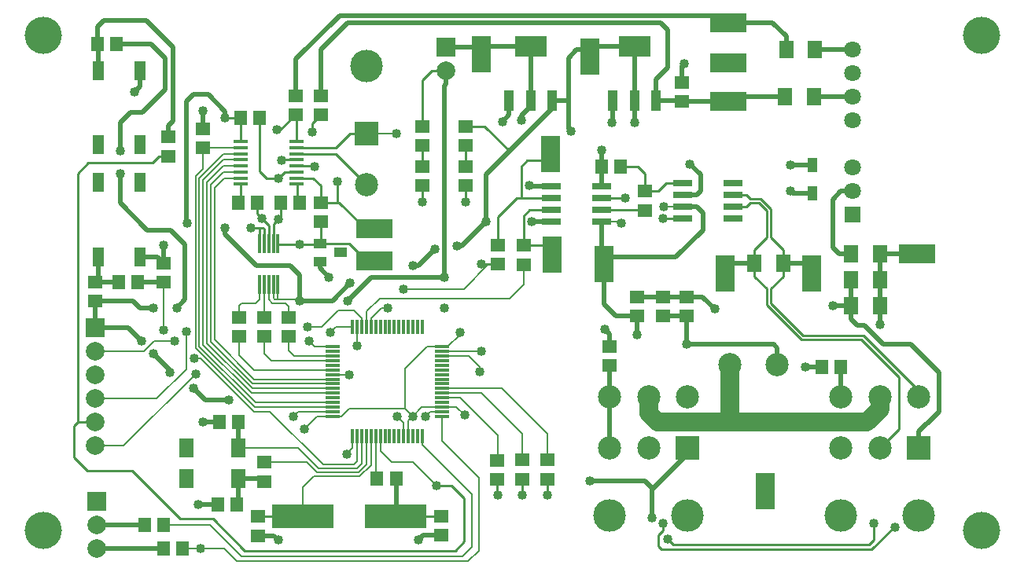
<source format=gtl>
G04 #@! TF.FileFunction,Copper,L1,Top,Signal*
%FSLAX46Y46*%
G04 Gerber Fmt 4.6, Leading zero omitted, Abs format (unit mm)*
G04 Created by KiCad (PCBNEW 4.0.5+dfsg1-4) date Tue Aug 22 17:14:21 2017*
%MOMM*%
%LPD*%
G01*
G04 APERTURE LIST*
%ADD10C,0.100000*%
%ADD11R,1.400000X1.500000*%
%ADD12R,1.600000X1.900000*%
%ADD13R,1.500000X1.400000*%
%ADD14R,1.000000X1.500000*%
%ADD15R,2.000000X2.000000*%
%ADD16C,2.000000*%
%ADD17R,1.300000X2.000000*%
%ADD18R,4.000000X2.000000*%
%ADD19R,2.000000X4.000000*%
%ADD20R,1.400000X1.000000*%
%ADD21R,1.500000X0.350000*%
%ADD22R,2.000000X0.750000*%
%ADD23R,1.000000X2.250000*%
%ADD24R,3.500000X2.250000*%
%ADD25R,0.300000X1.500000*%
%ADD26R,1.500000X0.300000*%
%ADD27R,1.600000X2.000000*%
%ADD28R,6.600000X2.500000*%
%ADD29C,2.500000*%
%ADD30R,2.500000X2.500000*%
%ADD31C,3.508000*%
%ADD32R,1.800000X1.800000*%
%ADD33C,1.800000*%
%ADD34R,0.300000X2.000000*%
%ADD35C,4.000000*%
%ADD36C,1.016000*%
%ADD37C,0.254000*%
%ADD38C,0.203200*%
%ADD39C,0.508000*%
%ADD40C,2.032000*%
G04 APERTURE END LIST*
D10*
D11*
X166116000Y-78867000D03*
X168166000Y-78867000D03*
D12*
X192988000Y-93853000D03*
X196088000Y-93853000D03*
X192988000Y-91059000D03*
X196088000Y-91059000D03*
D13*
X175260000Y-92946000D03*
X175260000Y-94996000D03*
X172720000Y-92946000D03*
X172720000Y-94996000D03*
X169926000Y-92946000D03*
X169926000Y-94996000D03*
X174752000Y-69832000D03*
X174752000Y-71882000D03*
D11*
X124823000Y-115316000D03*
X126873000Y-115316000D03*
X127018000Y-106426000D03*
X124968000Y-106426000D03*
D13*
X148844000Y-118618000D03*
X148844000Y-116568000D03*
X129159000Y-116586000D03*
X129159000Y-118636000D03*
X118999000Y-91331000D03*
X118999000Y-89281000D03*
D14*
X188849000Y-78688000D03*
X188849000Y-81788000D03*
D13*
X154900596Y-112576082D03*
X154900596Y-110526082D03*
X157607000Y-112540000D03*
X157607000Y-110490000D03*
X160274000Y-112540000D03*
X160274000Y-110490000D03*
D15*
X111760000Y-114935000D03*
D16*
X111760000Y-117475000D03*
X111760000Y-120015000D03*
D12*
X185876000Y-71374000D03*
X188976000Y-71374000D03*
X192988000Y-88265000D03*
X196088000Y-88265000D03*
X186003000Y-66294000D03*
X189103000Y-66294000D03*
D13*
X135890000Y-82786000D03*
X135890000Y-84836000D03*
X135890000Y-73297000D03*
X135890000Y-71247000D03*
D11*
X129304000Y-73660000D03*
X127254000Y-73660000D03*
D13*
X132461000Y-95141000D03*
X132461000Y-97191000D03*
X129794000Y-95141000D03*
X129794000Y-97191000D03*
X127127000Y-95123000D03*
X127127000Y-97173000D03*
X133223000Y-71229000D03*
X133223000Y-73279000D03*
X123190000Y-74785000D03*
X123190000Y-76835000D03*
D11*
X191897000Y-100457000D03*
X189847000Y-100457000D03*
D13*
X157734000Y-89426000D03*
X157734000Y-87376000D03*
X170815000Y-83584000D03*
X170815000Y-81534000D03*
D12*
X182574000Y-89281000D03*
X185674000Y-89281000D03*
D13*
X154940000Y-87358000D03*
X154940000Y-89408000D03*
X167005000Y-100330000D03*
X167005000Y-98280000D03*
X129794000Y-110744000D03*
X129794000Y-112794000D03*
D11*
X141968000Y-112522000D03*
X144018000Y-112522000D03*
X111869000Y-65659000D03*
X113919000Y-65659000D03*
D13*
X119507000Y-75692000D03*
X119507000Y-77742000D03*
X111633000Y-91313000D03*
X111633000Y-93363000D03*
D11*
X114173000Y-91313000D03*
X116223000Y-91313000D03*
X118981000Y-120015000D03*
X121031000Y-120015000D03*
X116949000Y-117475000D03*
X118999000Y-117475000D03*
D17*
X116423000Y-68517000D03*
X111923000Y-68517000D03*
X111923000Y-76517000D03*
X116423000Y-76517000D03*
X116423000Y-80582000D03*
X111923000Y-80582000D03*
X111923000Y-88582000D03*
X116423000Y-88582000D03*
D18*
X141670000Y-89027000D03*
X141670000Y-85598000D03*
D19*
X160782000Y-88330000D03*
X188722000Y-90362000D03*
X160655000Y-77532000D03*
X179451000Y-90362000D03*
D18*
X179767000Y-71882000D03*
X200090000Y-88265000D03*
X179767000Y-67691000D03*
D19*
X183769000Y-113857000D03*
X166370000Y-89346000D03*
X164846000Y-66994000D03*
X153162000Y-66740000D03*
D20*
X138006000Y-88138000D03*
X135806000Y-89088000D03*
X135806000Y-87188000D03*
D21*
X133302000Y-76211000D03*
X133302000Y-76861000D03*
X133302000Y-77511000D03*
X133302000Y-78161000D03*
X133302000Y-78811000D03*
X133302000Y-79461000D03*
X133302000Y-80111000D03*
X133302000Y-80761000D03*
X127302000Y-78811000D03*
X127302000Y-79461000D03*
X127302000Y-80111000D03*
X127302000Y-80761000D03*
X127302000Y-78161000D03*
X127302000Y-77511000D03*
X127302000Y-76861000D03*
X127302000Y-76211000D03*
D22*
X160749000Y-81026000D03*
X160749000Y-82296000D03*
X160749000Y-83566000D03*
X160749000Y-84836000D03*
X166149000Y-81026000D03*
X166149000Y-82296000D03*
X166149000Y-83566000D03*
X166149000Y-84836000D03*
X180246000Y-84455000D03*
X180246000Y-83185000D03*
X180246000Y-81915000D03*
X180246000Y-80645000D03*
X174846000Y-84455000D03*
X174846000Y-83185000D03*
X174846000Y-81915000D03*
X174846000Y-80645000D03*
D23*
X171972000Y-71734000D03*
X169672000Y-71734000D03*
D24*
X169672000Y-65934000D03*
D23*
X167372000Y-71734000D03*
X160796000Y-71734000D03*
X158496000Y-71734000D03*
D24*
X158496000Y-65934000D03*
D23*
X156196000Y-71734000D03*
D25*
X139321000Y-107941000D03*
X139821000Y-107941000D03*
X140321000Y-107941000D03*
X140821000Y-107941000D03*
X141321000Y-107941000D03*
X141821000Y-107941000D03*
X142321000Y-107941000D03*
X142821000Y-107941000D03*
X143321000Y-107941000D03*
X143821000Y-107941000D03*
X144321000Y-107941000D03*
X144821000Y-107941000D03*
X145321000Y-107941000D03*
X145821000Y-107941000D03*
X146321000Y-107941000D03*
X146821000Y-107941000D03*
X146321000Y-96141000D03*
X145821000Y-96141000D03*
X145321000Y-96141000D03*
X144821000Y-96141000D03*
X144321000Y-96141000D03*
X143821000Y-96141000D03*
X143321000Y-96141000D03*
X142821000Y-96141000D03*
X142321000Y-96141000D03*
X141821000Y-96141000D03*
X141321000Y-96141000D03*
X140821000Y-96141000D03*
X140321000Y-96141000D03*
X139821000Y-96141000D03*
X139321000Y-96141000D03*
X146821000Y-96141000D03*
D26*
X148971000Y-105791000D03*
X148971000Y-105291000D03*
X148971000Y-104791000D03*
X148971000Y-104291000D03*
X148971000Y-103791000D03*
X148971000Y-103291000D03*
X148971000Y-102791000D03*
X148971000Y-102291000D03*
X148971000Y-101791000D03*
X148971000Y-101291000D03*
X148971000Y-100791000D03*
X148971000Y-100291000D03*
X148971000Y-99791000D03*
X148971000Y-99291000D03*
X148971000Y-98791000D03*
X148971000Y-98291000D03*
X137171000Y-98291000D03*
X137171000Y-98791000D03*
X137171000Y-99291000D03*
X137171000Y-99791000D03*
X137171000Y-100291000D03*
X137171000Y-100791000D03*
X137171000Y-101291000D03*
X137171000Y-101791000D03*
X137171000Y-102291000D03*
X137171000Y-102791000D03*
X137171000Y-103291000D03*
X137171000Y-103791000D03*
X137171000Y-104291000D03*
X137171000Y-104791000D03*
X137171000Y-105291000D03*
X137171000Y-105791000D03*
D27*
X127062000Y-109220000D03*
X121412000Y-109220000D03*
X121412000Y-112520000D03*
X127062000Y-112520000D03*
D28*
X143985000Y-116586000D03*
X133985000Y-116586000D03*
D29*
X140843000Y-80811000D03*
D30*
X140843000Y-75311000D03*
D31*
X140843000Y-68011000D03*
X191888000Y-116459000D03*
D29*
X191888000Y-103659000D03*
X196088000Y-103659000D03*
X200288000Y-103659000D03*
D30*
X200288000Y-109159000D03*
D29*
X196088000Y-109159000D03*
X191888000Y-109159000D03*
D31*
X200288000Y-116459000D03*
X166996000Y-116459000D03*
D29*
X166996000Y-103659000D03*
X171196000Y-103659000D03*
X175396000Y-103659000D03*
D30*
X175396000Y-109159000D03*
D29*
X171196000Y-109159000D03*
X166996000Y-109159000D03*
D31*
X175396000Y-116459000D03*
D32*
X193167000Y-84074000D03*
D33*
X193167000Y-81534000D03*
X193167000Y-78994000D03*
X193167000Y-73914000D03*
X193167000Y-71374000D03*
X193167000Y-68834000D03*
X193167000Y-66294000D03*
D18*
X179767000Y-63373000D03*
D11*
X133622000Y-82804000D03*
X131572000Y-82804000D03*
X127000000Y-82804000D03*
X129050000Y-82804000D03*
D34*
X131302000Y-91608000D03*
X130802000Y-91608000D03*
X129302000Y-87208000D03*
X130302000Y-91608000D03*
X129802000Y-91608000D03*
X129302000Y-91608000D03*
X129802000Y-87208000D03*
X130302000Y-87208000D03*
X130802000Y-87208000D03*
X131302000Y-87208000D03*
D29*
X179959000Y-100203000D03*
X185039000Y-100203000D03*
D13*
X151511000Y-80899000D03*
X151511000Y-78849000D03*
X146812000Y-80899000D03*
X146812000Y-78849000D03*
X151511000Y-76581000D03*
X151511000Y-74531000D03*
X146812000Y-76581000D03*
X146812000Y-74531000D03*
D35*
X207000000Y-64770000D03*
X207000000Y-118110000D03*
X106000000Y-118110000D03*
X106000000Y-64770000D03*
D15*
X111633000Y-96266000D03*
D16*
X111633000Y-98806000D03*
X111633000Y-101346000D03*
X111633000Y-103886000D03*
X111633000Y-106426000D03*
X111633000Y-108966000D03*
D15*
X149352000Y-66040000D03*
D16*
X149352000Y-68580000D03*
D36*
X151511000Y-82677000D03*
X146812000Y-82677000D03*
X144018000Y-75311000D03*
X147193000Y-105791000D03*
X144145000Y-105791000D03*
X153162000Y-98806000D03*
X139827000Y-98171000D03*
X136779000Y-90805000D03*
X123190000Y-106426000D03*
X122682000Y-115316000D03*
X131318000Y-119126000D03*
X146431000Y-119126000D03*
X175006000Y-67818000D03*
X167259000Y-74168000D03*
X155448000Y-74041000D03*
X158369000Y-80899000D03*
X115824000Y-70866000D03*
X123190000Y-72898000D03*
X118999000Y-87376000D03*
X132969000Y-105791000D03*
X135255000Y-78867000D03*
X128397000Y-85471000D03*
X133604000Y-87249000D03*
X131318000Y-80137000D03*
X135001000Y-75184000D03*
X131699000Y-78232000D03*
X125603000Y-85471000D03*
X121539000Y-84963000D03*
X150581349Y-87448651D03*
X148209000Y-87757000D03*
X145796000Y-89535000D03*
X139065000Y-91440000D03*
X162814000Y-75057000D03*
X153670000Y-84836000D03*
X158623000Y-84836000D03*
X169672000Y-74168000D03*
X125603000Y-73660000D03*
X133604000Y-93345000D03*
X131318000Y-84582000D03*
X129540000Y-84455000D03*
X131191000Y-74930000D03*
X168275000Y-84963000D03*
X172847000Y-83185000D03*
X169926000Y-97028000D03*
X178308000Y-94234000D03*
X166497000Y-96393000D03*
X164846000Y-112776000D03*
X166116000Y-77089000D03*
X191008000Y-93853000D03*
X188087000Y-100457000D03*
X171577000Y-116713000D03*
X175641000Y-78613000D03*
X197739000Y-117729000D03*
X172720000Y-117348000D03*
X195453000Y-117348000D03*
X173228000Y-118999000D03*
X144780000Y-92075014D03*
X153162000Y-89408000D03*
X143129000Y-94107000D03*
X168656000Y-82296000D03*
X175260000Y-98044000D03*
X196088006Y-95885000D03*
X186436000Y-81534000D03*
X157480000Y-73914000D03*
X150876030Y-96774000D03*
X145796000Y-105791000D03*
X151384000Y-105664000D03*
X136906000Y-96774000D03*
X117856000Y-94107000D03*
X120396000Y-94107000D03*
X114300000Y-79629000D03*
X114300000Y-77216000D03*
X116586000Y-97663000D03*
X117856000Y-99060000D03*
X119634000Y-101092000D03*
X122174000Y-102743000D03*
X125984000Y-104013000D03*
X138811000Y-93345000D03*
X149225000Y-94107000D03*
X149225000Y-90805000D03*
X134112000Y-107188000D03*
X138684000Y-109855000D03*
X148336000Y-113284000D03*
X153035000Y-100965000D03*
X118999000Y-96520000D03*
X122301000Y-99568000D03*
X122936000Y-120015000D03*
X186436000Y-78740000D03*
X154940000Y-114300000D03*
X157607000Y-114300000D03*
X160274000Y-114300000D03*
X120142000Y-97663000D03*
X134620000Y-97663000D03*
X121412000Y-96647000D03*
X134493000Y-96139000D03*
X122428000Y-101219000D03*
X138938000Y-101346000D03*
X137668000Y-80518000D03*
X172720000Y-84455000D03*
D37*
X151511000Y-80899000D02*
X151511000Y-82677000D01*
X146812000Y-80899000D02*
X146812000Y-82677000D01*
D38*
X142296200Y-75311000D02*
X144018000Y-75311000D01*
X140843000Y-75311000D02*
X142296200Y-75311000D01*
X148971000Y-105291000D02*
X147693000Y-105291000D01*
X147693000Y-105291000D02*
X147193000Y-105791000D01*
X144821000Y-107941000D02*
X144821000Y-106467000D01*
X144821000Y-106467000D02*
X144145000Y-105791000D01*
X148971000Y-98791000D02*
X153147000Y-98791000D01*
X153147000Y-98791000D02*
X153162000Y-98806000D01*
X139821000Y-96141000D02*
X139821000Y-98165000D01*
X139821000Y-98165000D02*
X139827000Y-98171000D01*
D39*
X135806000Y-89088000D02*
X135806000Y-89832000D01*
X135806000Y-89832000D02*
X136779000Y-90805000D01*
X124968000Y-106426000D02*
X123190000Y-106426000D01*
X124823000Y-115316000D02*
X122682000Y-115316000D01*
X129159000Y-118636000D02*
X130828000Y-118636000D01*
X130828000Y-118636000D02*
X131318000Y-119126000D01*
X148844000Y-118618000D02*
X146939000Y-118618000D01*
X146939000Y-118618000D02*
X146431000Y-119126000D01*
X174752000Y-69832000D02*
X174752000Y-68072000D01*
X174752000Y-68072000D02*
X175006000Y-67818000D01*
X167372000Y-71734000D02*
X167372000Y-74055000D01*
X167372000Y-74055000D02*
X167259000Y-74168000D01*
X156196000Y-71734000D02*
X156196000Y-73293000D01*
X156196000Y-73293000D02*
X155448000Y-74041000D01*
X160749000Y-81026000D02*
X158496000Y-81026000D01*
X158496000Y-81026000D02*
X158369000Y-80899000D01*
X116423000Y-68517000D02*
X116423000Y-70267000D01*
X116423000Y-70267000D02*
X115824000Y-70866000D01*
X123190000Y-74785000D02*
X123190000Y-72898000D01*
X116423000Y-88582000D02*
X118300000Y-88582000D01*
X118300000Y-88582000D02*
X118999000Y-89281000D01*
X118999000Y-89281000D02*
X118999000Y-87376000D01*
D38*
X136209800Y-105283000D02*
X133477000Y-105283000D01*
X133477000Y-105283000D02*
X132969000Y-105791000D01*
X137171000Y-105291000D02*
X136217800Y-105291000D01*
X136217800Y-105291000D02*
X136209800Y-105283000D01*
D37*
X135199000Y-78811000D02*
X135255000Y-78867000D01*
X133302000Y-78811000D02*
X135199000Y-78811000D01*
X137515000Y-76861000D02*
X139065000Y-75311000D01*
X139065000Y-75311000D02*
X140843000Y-75311000D01*
X133302000Y-76861000D02*
X137515000Y-76861000D01*
X129802000Y-87208000D02*
X129802000Y-85606000D01*
X129802000Y-85606000D02*
X129667000Y-85471000D01*
X129667000Y-85471000D02*
X129286000Y-85471000D01*
X129286000Y-85471000D02*
X128397000Y-85471000D01*
X129286000Y-85471000D02*
X129302000Y-85487000D01*
X129302000Y-85487000D02*
X129302000Y-87208000D01*
X135806000Y-87188000D02*
X139004000Y-87188000D01*
X139004000Y-87188000D02*
X140843000Y-89027000D01*
X140843000Y-89027000D02*
X140970000Y-89027000D01*
X135890000Y-84836000D02*
X135890000Y-87104000D01*
X135890000Y-87104000D02*
X135806000Y-87188000D01*
X133604000Y-87249000D02*
X131343000Y-87249000D01*
X131343000Y-87249000D02*
X131302000Y-87208000D01*
X133604000Y-87249000D02*
X135745000Y-87249000D01*
X135745000Y-87249000D02*
X135806000Y-87188000D01*
X129304000Y-79393000D02*
X130048000Y-80137000D01*
X130048000Y-80137000D02*
X131318000Y-80137000D01*
X129304000Y-73660000D02*
X129304000Y-79393000D01*
X133302000Y-79461000D02*
X131994000Y-79461000D01*
X131994000Y-79461000D02*
X131318000Y-80137000D01*
X135001000Y-75184000D02*
X135001000Y-74186000D01*
X135001000Y-74186000D02*
X135890000Y-73297000D01*
X133302000Y-78161000D02*
X131770000Y-78161000D01*
X131770000Y-78161000D02*
X131699000Y-78232000D01*
X151511000Y-74531000D02*
X153525000Y-74531000D01*
X153525000Y-74531000D02*
X156210000Y-77216000D01*
X156210000Y-77216000D02*
X155702000Y-77724000D01*
D39*
X153670000Y-79756000D02*
X155702000Y-77724000D01*
X155702000Y-77724000D02*
X160796000Y-72630000D01*
X132588000Y-89535000D02*
X133604000Y-90551000D01*
X133604000Y-90551000D02*
X133604000Y-93345000D01*
X128948580Y-89535000D02*
X132588000Y-89535000D01*
X125603000Y-85471000D02*
X125603000Y-86189420D01*
X125603000Y-86189420D02*
X128948580Y-89535000D01*
X121412000Y-71882000D02*
X121412000Y-84836000D01*
X121412000Y-84836000D02*
X121539000Y-84963000D01*
X122174000Y-71120000D02*
X121412000Y-71882000D01*
X123781420Y-71120000D02*
X122174000Y-71120000D01*
X125603000Y-73660000D02*
X125603000Y-72941580D01*
X125603000Y-72941580D02*
X123781420Y-71120000D01*
X150581349Y-87448651D02*
X151057349Y-87448651D01*
X151057349Y-87448651D02*
X153670000Y-84836000D01*
X145796000Y-89535000D02*
X146431000Y-89535000D01*
X146431000Y-89535000D02*
X148209000Y-87757000D01*
X137160000Y-93345000D02*
X139065000Y-91440000D01*
X134322420Y-93345000D02*
X137160000Y-93345000D01*
X133604000Y-93345000D02*
X134322420Y-93345000D01*
X153670000Y-84836000D02*
X153670000Y-79756000D01*
X160796000Y-72630000D02*
X160796000Y-71734000D01*
X162814000Y-75057000D02*
X162560000Y-74803000D01*
X162560000Y-74803000D02*
X162560000Y-71882000D01*
X162560000Y-71882000D02*
X162412000Y-71734000D01*
X162412000Y-71734000D02*
X160796000Y-71734000D01*
X160796000Y-71734000D02*
X162560000Y-71734000D01*
X162560000Y-71734000D02*
X162560000Y-67183000D01*
X162560000Y-67183000D02*
X163449000Y-66294000D01*
X163449000Y-66294000D02*
X164846000Y-66294000D01*
X160749000Y-84836000D02*
X158623000Y-84836000D01*
X169672000Y-74168000D02*
X169672000Y-71734000D01*
X169672000Y-71734000D02*
X169672000Y-65934000D01*
X169672000Y-65934000D02*
X165206000Y-65934000D01*
X165206000Y-65934000D02*
X164846000Y-66294000D01*
D37*
X127254000Y-73660000D02*
X127254000Y-76163000D01*
X127254000Y-76163000D02*
X127302000Y-76211000D01*
X125603000Y-73660000D02*
X127254000Y-73660000D01*
D38*
X131302000Y-91608000D02*
X131302000Y-93176590D01*
X131302000Y-93176590D02*
X131318000Y-93192590D01*
X130937000Y-93192590D02*
X131318000Y-93192590D01*
X131318000Y-93192590D02*
X133451590Y-93192590D01*
X133451590Y-93192590D02*
X133604000Y-93345000D01*
X130802000Y-93057590D02*
X130937000Y-93192590D01*
X130802000Y-91608000D02*
X130802000Y-93057590D01*
D37*
X130802000Y-87208000D02*
X130802000Y-85098000D01*
X130802000Y-85098000D02*
X131572000Y-84328000D01*
X131572000Y-84328000D02*
X131572000Y-82804000D01*
X130302000Y-85217000D02*
X129540000Y-84455000D01*
X129050000Y-82804000D02*
X129050000Y-83965000D01*
X129050000Y-83965000D02*
X129540000Y-84455000D01*
X129540000Y-83294000D02*
X129050000Y-82804000D01*
X130302000Y-87208000D02*
X130302000Y-85217000D01*
X133223000Y-73279000D02*
X133173000Y-73279000D01*
X133173000Y-73279000D02*
X131522000Y-74930000D01*
X131522000Y-74930000D02*
X131191000Y-74930000D01*
X133302000Y-76211000D02*
X133302000Y-73358000D01*
X133302000Y-73358000D02*
X133223000Y-73279000D01*
D38*
X166149000Y-84836000D02*
X168148000Y-84836000D01*
X168148000Y-84836000D02*
X168275000Y-84963000D01*
X172847000Y-83185000D02*
X174846000Y-83185000D01*
D39*
X177038000Y-85725000D02*
X174117000Y-88646000D01*
X174117000Y-88646000D02*
X166370000Y-88646000D01*
X177038000Y-83869000D02*
X177038000Y-85725000D01*
X174846000Y-83185000D02*
X176354000Y-83185000D01*
X176354000Y-83185000D02*
X177038000Y-83869000D01*
X166149000Y-84836000D02*
X166149000Y-88425000D01*
X166149000Y-88425000D02*
X166370000Y-88646000D01*
X166370000Y-93726000D02*
X167640000Y-94996000D01*
X167640000Y-94996000D02*
X169926000Y-94996000D01*
X166370000Y-88646000D02*
X166370000Y-93726000D01*
X169926000Y-94996000D02*
X169926000Y-97028000D01*
X172720000Y-92946000D02*
X175260000Y-92946000D01*
X169926000Y-92946000D02*
X172720000Y-92946000D01*
X178308000Y-94234000D02*
X177020000Y-92946000D01*
X177020000Y-92946000D02*
X175260000Y-92946000D01*
X167005000Y-98280000D02*
X167005000Y-96901000D01*
X167005000Y-96901000D02*
X166497000Y-96393000D01*
X175396000Y-109159000D02*
X175396000Y-109846000D01*
X175396000Y-109846000D02*
X171577000Y-113665000D01*
X171577000Y-113665000D02*
X171577000Y-116713000D01*
X171577000Y-113538000D02*
X170815000Y-112776000D01*
X170815000Y-112776000D02*
X164846000Y-112776000D01*
X171577000Y-116713000D02*
X171577000Y-113538000D01*
X200288000Y-109159000D02*
X200288000Y-107401000D01*
X199390000Y-98044000D02*
X196469000Y-98044000D01*
X200288000Y-107401000D02*
X201136000Y-106553000D01*
X201136000Y-106553000D02*
X201168000Y-106553000D01*
X194437000Y-96012000D02*
X193689000Y-96012000D01*
X201168000Y-106553000D02*
X202438000Y-105283000D01*
X202438000Y-105283000D02*
X202438000Y-101092000D01*
X202438000Y-101092000D02*
X199390000Y-98044000D01*
X196469000Y-98044000D02*
X194437000Y-96012000D01*
X193689000Y-96012000D02*
X192988000Y-95311000D01*
X192988000Y-95311000D02*
X192988000Y-93853000D01*
X166116000Y-78867000D02*
X166116000Y-77089000D01*
X166149000Y-81026000D02*
X166149000Y-78900000D01*
X166149000Y-78900000D02*
X166116000Y-78867000D01*
X192988000Y-91059000D02*
X192988000Y-93853000D01*
X192988000Y-93853000D02*
X191008000Y-93853000D01*
X189847000Y-100457000D02*
X188087000Y-100457000D01*
X176784000Y-81485000D02*
X176784000Y-79756000D01*
X176784000Y-79756000D02*
X175641000Y-78613000D01*
X174846000Y-81915000D02*
X176354000Y-81915000D01*
X176354000Y-81915000D02*
X176784000Y-81485000D01*
D37*
X172720000Y-118066420D02*
X172212000Y-118574420D01*
X172212000Y-118574420D02*
X172212000Y-119761000D01*
X172212000Y-119761000D02*
X172593000Y-120142000D01*
X172593000Y-120142000D02*
X195199000Y-120142000D01*
X172720000Y-117348000D02*
X172720000Y-118066420D01*
X195199000Y-120142000D02*
X197612000Y-117729000D01*
X197612000Y-117729000D02*
X197739000Y-117729000D01*
X185674000Y-89281000D02*
X185674000Y-90706000D01*
X184356000Y-93603904D02*
X187802096Y-97050000D01*
X185674000Y-90706000D02*
X184356000Y-92024000D01*
X194332000Y-97050000D02*
X200288000Y-103006000D01*
X184356000Y-92024000D02*
X184356000Y-93603904D01*
X187802096Y-97050000D02*
X194332000Y-97050000D01*
X200288000Y-103006000D02*
X200288000Y-103659000D01*
X183230096Y-82318000D02*
X184356000Y-83443904D01*
X184356000Y-83443904D02*
X184356000Y-86538000D01*
X184356000Y-86538000D02*
X185674000Y-87856000D01*
X185674000Y-87856000D02*
X185674000Y-89281000D01*
X182149000Y-82318000D02*
X183230096Y-82318000D01*
X180246000Y-81915000D02*
X181746000Y-81915000D01*
X181746000Y-81915000D02*
X182149000Y-82318000D01*
D39*
X185674000Y-89281000D02*
X188341000Y-89281000D01*
X188341000Y-89281000D02*
X188722000Y-89662000D01*
D37*
X195453000Y-117348000D02*
X195453000Y-119126000D01*
X195453000Y-119126000D02*
X194945000Y-119634000D01*
X194945000Y-119634000D02*
X173863000Y-119634000D01*
X173863000Y-119634000D02*
X173228000Y-118999000D01*
X182574000Y-89281000D02*
X182574000Y-90706000D01*
X182574000Y-90706000D02*
X183892000Y-92024000D01*
X183892000Y-92024000D02*
X183892000Y-93796096D01*
X183892000Y-93796096D02*
X187609904Y-97514000D01*
X187609904Y-97514000D02*
X194086904Y-97514000D01*
X194086904Y-97514000D02*
X198120000Y-101547096D01*
X198120000Y-101547096D02*
X198120000Y-107188000D01*
X198120000Y-107188000D02*
X196149000Y-109159000D01*
X196149000Y-109159000D02*
X196088000Y-109159000D01*
X183037904Y-82782000D02*
X183892000Y-83636096D01*
X183892000Y-83636096D02*
X183892000Y-86538000D01*
X183892000Y-86538000D02*
X182574000Y-87856000D01*
X182574000Y-87856000D02*
X182574000Y-89281000D01*
X182149000Y-82782000D02*
X183037904Y-82782000D01*
X180246000Y-83185000D02*
X181746000Y-83185000D01*
X181746000Y-83185000D02*
X182149000Y-82782000D01*
D39*
X182574000Y-89281000D02*
X179832000Y-89281000D01*
X179832000Y-89281000D02*
X179451000Y-89662000D01*
D37*
X160749000Y-83566000D02*
X158369000Y-83566000D01*
X158369000Y-83566000D02*
X157734000Y-84201000D01*
X157734000Y-84201000D02*
X157734000Y-87376000D01*
X157734000Y-87376000D02*
X160528000Y-87376000D01*
X160528000Y-87376000D02*
X160782000Y-87630000D01*
X168166000Y-78867000D02*
X170053000Y-78867000D01*
X170053000Y-78867000D02*
X170815000Y-79629000D01*
X170815000Y-79629000D02*
X170815000Y-80580000D01*
X170815000Y-80580000D02*
X170815000Y-81534000D01*
X170815000Y-81534000D02*
X172212000Y-81534000D01*
X172212000Y-81534000D02*
X173101000Y-80645000D01*
X173101000Y-80645000D02*
X173592000Y-80645000D01*
X173592000Y-80645000D02*
X174846000Y-80645000D01*
D38*
X145498420Y-92075014D02*
X144780000Y-92075014D01*
X151319786Y-92075014D02*
X145498420Y-92075014D01*
X153986800Y-89408000D02*
X151319786Y-92075014D01*
X154940000Y-89408000D02*
X153986800Y-89408000D01*
D37*
X153162000Y-89408000D02*
X154940000Y-89408000D01*
D38*
X142410580Y-94107000D02*
X143129000Y-94107000D01*
X141321000Y-95187800D02*
X142401800Y-94107000D01*
X141321000Y-96141000D02*
X141321000Y-95187800D01*
X142401800Y-94107000D02*
X142410580Y-94107000D01*
D37*
X166149000Y-82296000D02*
X168656000Y-82296000D01*
D39*
X180467000Y-71882000D02*
X180975000Y-71374000D01*
X180975000Y-71374000D02*
X185876000Y-71374000D01*
X171972000Y-71734000D02*
X171972000Y-69455000D01*
X171972000Y-69455000D02*
X173228000Y-68199000D01*
X173228000Y-68199000D02*
X173228000Y-64135000D01*
X173228000Y-64135000D02*
X172466000Y-63373000D01*
X172466000Y-63373000D02*
X138811000Y-63373000D01*
X138811000Y-63373000D02*
X135890000Y-66294000D01*
X135890000Y-66294000D02*
X135890000Y-71247000D01*
X171972000Y-71734000D02*
X174604000Y-71734000D01*
X174604000Y-71734000D02*
X174752000Y-71882000D01*
X180467000Y-71882000D02*
X174752000Y-71882000D01*
X185039000Y-100203000D02*
X185039000Y-98435234D01*
X185039000Y-98435234D02*
X184647766Y-98044000D01*
X184647766Y-98044000D02*
X175978420Y-98044000D01*
X175978420Y-98044000D02*
X175260000Y-98044000D01*
X175260000Y-94996000D02*
X175260000Y-98044000D01*
X172720000Y-94996000D02*
X175260000Y-94996000D01*
X196088000Y-95884994D02*
X196088006Y-95885000D01*
X196088000Y-93853000D02*
X196088000Y-95884994D01*
X196088000Y-91059000D02*
X196088000Y-93853000D01*
X196088000Y-88265000D02*
X196088000Y-91059000D01*
X199390000Y-88265000D02*
X196088000Y-88265000D01*
X192988000Y-88265000D02*
X191680000Y-88265000D01*
X191680000Y-88265000D02*
X191008000Y-87593000D01*
X191008000Y-87593000D02*
X191008000Y-82420208D01*
X191008000Y-82420208D02*
X191894208Y-81534000D01*
X191894208Y-81534000D02*
X193167000Y-81534000D01*
X186003000Y-66294000D02*
X186003000Y-64836000D01*
X186003000Y-64836000D02*
X184540000Y-63373000D01*
X184540000Y-63373000D02*
X180467000Y-63373000D01*
X133223000Y-71229000D02*
X133223000Y-67310000D01*
X179705000Y-62611000D02*
X180467000Y-63373000D01*
X133223000Y-67310000D02*
X137922000Y-62611000D01*
X137922000Y-62611000D02*
X179705000Y-62611000D01*
X188849000Y-81788000D02*
X186690000Y-81788000D01*
X186690000Y-81788000D02*
X186436000Y-81534000D01*
X158496000Y-71734000D02*
X158496000Y-72359000D01*
X157480000Y-73375000D02*
X157480000Y-73914000D01*
X158496000Y-72359000D02*
X157480000Y-73375000D01*
X149352000Y-66040000D02*
X153162000Y-66040000D01*
X153162000Y-66040000D02*
X153268000Y-65934000D01*
X153268000Y-65934000D02*
X158496000Y-65934000D01*
X158496000Y-71734000D02*
X158496000Y-70101000D01*
X158496000Y-70101000D02*
X158496000Y-65934000D01*
X127062000Y-112520000D02*
X127062000Y-115127000D01*
X127062000Y-115127000D02*
X126873000Y-115316000D01*
X127062000Y-112520000D02*
X129520000Y-112520000D01*
X129520000Y-112520000D02*
X129794000Y-112794000D01*
D38*
X135661410Y-111404410D02*
X133477000Y-109220000D01*
X133477000Y-109220000D02*
X127062000Y-109220000D01*
X140321000Y-110885000D02*
X139801590Y-111404410D01*
X139801590Y-111404410D02*
X135661410Y-111404410D01*
X140321000Y-107941000D02*
X140321000Y-110885000D01*
D39*
X127018000Y-106426000D02*
X127018000Y-109176000D01*
X127018000Y-109176000D02*
X127062000Y-109220000D01*
D37*
X146812000Y-69596000D02*
X147828000Y-68580000D01*
X147828000Y-68580000D02*
X149352000Y-68580000D01*
X146812000Y-74531000D02*
X146812000Y-69596000D01*
D38*
X149571000Y-98291000D02*
X150876030Y-96985970D01*
X150876030Y-96985970D02*
X150876030Y-96774000D01*
X148971000Y-98291000D02*
X149571000Y-98291000D01*
X147320000Y-98298000D02*
X144983199Y-100634801D01*
X144983199Y-100634801D02*
X144983199Y-104978199D01*
X148010800Y-98298000D02*
X147320000Y-98298000D01*
X148971000Y-98291000D02*
X148017800Y-98291000D01*
X148017800Y-98291000D02*
X148010800Y-98298000D01*
X145796000Y-105791000D02*
X146796000Y-104791000D01*
X146796000Y-104791000D02*
X148971000Y-104791000D01*
X137171000Y-105791000D02*
X138124200Y-105791000D01*
X138124200Y-105791000D02*
X138937001Y-104978199D01*
X145288001Y-105283001D02*
X145796000Y-105791000D01*
X138937001Y-104978199D02*
X144983199Y-104978199D01*
X144983199Y-104978199D02*
X145288001Y-105283001D01*
X145321000Y-107941000D02*
X145321000Y-106266000D01*
X145321000Y-106266000D02*
X145796000Y-105791000D01*
X148971000Y-104791000D02*
X150511000Y-104791000D01*
X150511000Y-104791000D02*
X151384000Y-105664000D01*
X139321000Y-96141000D02*
X137539000Y-96141000D01*
X137539000Y-96141000D02*
X136906000Y-96774000D01*
D39*
X116459000Y-94107000D02*
X115715000Y-93363000D01*
X115715000Y-93363000D02*
X111633000Y-93363000D01*
X117856000Y-94107000D02*
X116459000Y-94107000D01*
X121285000Y-87249000D02*
X121285000Y-93218000D01*
X121285000Y-93218000D02*
X120396000Y-94107000D01*
X119761000Y-85725000D02*
X121285000Y-87249000D01*
X117221000Y-85725000D02*
X119761000Y-85725000D01*
X114300000Y-82804000D02*
X117221000Y-85725000D01*
X114300000Y-80347420D02*
X114300000Y-82804000D01*
X114300000Y-79629000D02*
X114300000Y-80347420D01*
X115443000Y-73025000D02*
X114300000Y-74168000D01*
X114300000Y-74168000D02*
X114300000Y-77216000D01*
X116713000Y-73025000D02*
X115443000Y-73025000D01*
X119126000Y-70612000D02*
X116713000Y-73025000D01*
X119126000Y-67183000D02*
X119126000Y-70612000D01*
X117602000Y-65659000D02*
X119126000Y-67183000D01*
X115127000Y-65659000D02*
X117602000Y-65659000D01*
X113919000Y-65659000D02*
X115127000Y-65659000D01*
X116586000Y-97663000D02*
X115189000Y-96266000D01*
X115189000Y-96266000D02*
X111633000Y-96266000D01*
X119634000Y-101092000D02*
X119634000Y-100838000D01*
X119634000Y-100838000D02*
X117856000Y-99060000D01*
X125984000Y-104013000D02*
X123444000Y-104013000D01*
X123444000Y-104013000D02*
X122174000Y-102743000D01*
X138811000Y-93345000D02*
X141351000Y-90805000D01*
X141351000Y-90805000D02*
X149225000Y-90805000D01*
X149225000Y-70121213D02*
X149225000Y-90805000D01*
X149352000Y-68580000D02*
X149352000Y-69994213D01*
X149352000Y-69994213D02*
X149225000Y-70121213D01*
D38*
X134112000Y-107188000D02*
X135509000Y-105791000D01*
X135509000Y-105791000D02*
X137171000Y-105791000D01*
D39*
X111633000Y-93363000D02*
X111633000Y-96266000D01*
D38*
X139319000Y-108896200D02*
X139319000Y-109220000D01*
X139319000Y-109220000D02*
X138684000Y-109855000D01*
X139321000Y-107941000D02*
X139321000Y-108894200D01*
X139321000Y-108894200D02*
X139319000Y-108896200D01*
D37*
X148844000Y-116568000D02*
X144003000Y-116568000D01*
X144003000Y-116568000D02*
X143985000Y-116586000D01*
D39*
X144000000Y-116601000D02*
X143985000Y-116586000D01*
X144018000Y-112522000D02*
X144018000Y-116553000D01*
X144018000Y-116553000D02*
X143985000Y-116586000D01*
D37*
X129159000Y-116586000D02*
X130163000Y-116586000D01*
X130163000Y-116586000D02*
X133985000Y-116586000D01*
D39*
X134003000Y-116604000D02*
X133985000Y-116586000D01*
D38*
X141321000Y-107941000D02*
X141321000Y-111034500D01*
X141321000Y-111034500D02*
X140087500Y-112268000D01*
X140087500Y-112268000D02*
X135128000Y-112268000D01*
X135128000Y-112268000D02*
X133985000Y-113411000D01*
X133985000Y-113411000D02*
X133985000Y-116586000D01*
D37*
X109347000Y-106807000D02*
X109728000Y-106426000D01*
X110744000Y-111633000D02*
X109347000Y-110236000D01*
X120777000Y-116840000D02*
X115570000Y-111633000D01*
X124308670Y-116840000D02*
X120777000Y-116840000D01*
X127737670Y-120269000D02*
X124308670Y-116840000D01*
X109347000Y-110236000D02*
X109347000Y-106807000D01*
X150368000Y-120269000D02*
X127737670Y-120269000D01*
X151333190Y-119303810D02*
X150368000Y-120269000D01*
X151333190Y-114630190D02*
X151333190Y-119303810D01*
X115570000Y-111633000D02*
X110744000Y-111633000D01*
X149987000Y-113284000D02*
X151333190Y-114630190D01*
X148336000Y-113284000D02*
X149987000Y-113284000D01*
X119507000Y-77742000D02*
X118503000Y-77742000D01*
X118503000Y-77742000D02*
X117759000Y-78486000D01*
X117759000Y-78486000D02*
X110871000Y-78486000D01*
X110871000Y-78486000D02*
X109728000Y-79629000D01*
X109728000Y-79629000D02*
X109728000Y-106426000D01*
X109728000Y-106426000D02*
X111633000Y-106426000D01*
D38*
X142321000Y-107941000D02*
X142321000Y-109555000D01*
X145796000Y-110744000D02*
X148336000Y-113284000D01*
X142321000Y-109555000D02*
X143510000Y-110744000D01*
X143510000Y-110744000D02*
X145796000Y-110744000D01*
X151869000Y-99291000D02*
X153035000Y-100457000D01*
X153035000Y-100457000D02*
X153035000Y-100965000D01*
X148971000Y-99291000D02*
X151869000Y-99291000D01*
X139821000Y-107941000D02*
X139821000Y-110623000D01*
X130429000Y-105283000D02*
X128711250Y-105283000D01*
X139821000Y-110623000D02*
X139446000Y-110998000D01*
X128711250Y-105283000D02*
X122996250Y-99568000D01*
X139446000Y-110998000D02*
X136144000Y-110998000D01*
X136144000Y-110998000D02*
X130429000Y-105283000D01*
X122996250Y-99568000D02*
X122301000Y-99568000D01*
X118999000Y-96520000D02*
X118999000Y-95801580D01*
X118999000Y-95801580D02*
X118999000Y-91331000D01*
D39*
X116223000Y-91313000D02*
X118981000Y-91313000D01*
X118981000Y-91313000D02*
X118999000Y-91331000D01*
D38*
X148971000Y-105791000D02*
X148971000Y-108458000D01*
X148971000Y-108458000D02*
X152908000Y-112395000D01*
X152908000Y-112395000D02*
X152908000Y-120269000D01*
X152908000Y-120269000D02*
X151765000Y-121412000D01*
X151765000Y-121412000D02*
X126873000Y-121412000D01*
X126873000Y-121412000D02*
X125476000Y-120015000D01*
X125476000Y-120015000D02*
X122936000Y-120015000D01*
X122936000Y-120015000D02*
X121031000Y-120015000D01*
D39*
X188849000Y-78688000D02*
X186488000Y-78688000D01*
X186488000Y-78688000D02*
X186436000Y-78740000D01*
D37*
X154900596Y-112576082D02*
X154900596Y-114260596D01*
X154900596Y-114260596D02*
X154940000Y-114300000D01*
D38*
X148971000Y-103791000D02*
X150908000Y-103791000D01*
X154940000Y-107823000D02*
X154940000Y-110490000D01*
X150908000Y-103791000D02*
X154940000Y-107823000D01*
D37*
X157607000Y-114300000D02*
X157607000Y-112540000D01*
D38*
X148971000Y-103291000D02*
X153202000Y-103291000D01*
X153202000Y-103291000D02*
X157607000Y-107696000D01*
X157607000Y-107696000D02*
X157607000Y-110490000D01*
D37*
X160274000Y-112540000D02*
X160274000Y-114300000D01*
D38*
X148971000Y-102791000D02*
X155369000Y-102791000D01*
X155369000Y-102791000D02*
X160274000Y-107696000D01*
X160274000Y-107696000D02*
X160274000Y-110490000D01*
X120142000Y-97663000D02*
X117983000Y-97663000D01*
X117983000Y-97663000D02*
X116840000Y-98806000D01*
X116840000Y-98806000D02*
X111633000Y-98806000D01*
X136210800Y-98298000D02*
X135255000Y-98298000D01*
X135255000Y-98298000D02*
X134620000Y-97663000D01*
X137171000Y-98291000D02*
X136217800Y-98291000D01*
X136217800Y-98291000D02*
X136210800Y-98298000D01*
X121412000Y-96647000D02*
X121412000Y-100711000D01*
X121412000Y-100711000D02*
X118237000Y-103886000D01*
X118237000Y-103886000D02*
X111633000Y-103886000D01*
X137795000Y-94361000D02*
X136017000Y-96139000D01*
X136017000Y-96139000D02*
X134493000Y-96139000D01*
X139494200Y-94361000D02*
X137795000Y-94361000D01*
X140321000Y-96141000D02*
X140321000Y-95187800D01*
X140321000Y-95187800D02*
X139494200Y-94361000D01*
X114681000Y-108966000D02*
X122428000Y-101219000D01*
X111633000Y-108966000D02*
X114681000Y-108966000D01*
X137171000Y-101291000D02*
X138883000Y-101291000D01*
X138883000Y-101291000D02*
X138938000Y-101346000D01*
D39*
X111760000Y-117475000D02*
X116949000Y-117475000D01*
X118872000Y-120015000D02*
X111760000Y-120015000D01*
X188976000Y-71374000D02*
X193167000Y-71374000D01*
X189103000Y-66294000D02*
X193167000Y-66294000D01*
D37*
X137668000Y-80518000D02*
X137668000Y-82768000D01*
X137668000Y-82768000D02*
X137650000Y-82786000D01*
X140970000Y-85598000D02*
X140716000Y-85598000D01*
X140716000Y-85598000D02*
X137904000Y-82786000D01*
X137904000Y-82786000D02*
X135890000Y-82786000D01*
X137650000Y-82786000D02*
X135890000Y-82786000D01*
X135890000Y-82786000D02*
X135890000Y-80899000D01*
X135890000Y-80899000D02*
X135102000Y-80111000D01*
X135102000Y-80111000D02*
X133302000Y-80111000D01*
X133622000Y-82804000D02*
X133350000Y-82804000D01*
X133350000Y-82804000D02*
X133350000Y-80809000D01*
X133350000Y-80809000D02*
X133302000Y-80761000D01*
D38*
X132080000Y-93599000D02*
X132461000Y-93980000D01*
X132461000Y-93980000D02*
X132461000Y-95141000D01*
X130683000Y-93599000D02*
X132080000Y-93599000D01*
X130302000Y-93218000D02*
X130683000Y-93599000D01*
X130302000Y-91608000D02*
X130302000Y-93218000D01*
X137171000Y-99291000D02*
X133073000Y-99291000D01*
X133073000Y-99291000D02*
X132461000Y-98679000D01*
X132461000Y-98679000D02*
X132461000Y-97191000D01*
X129802000Y-91608000D02*
X129802000Y-95133000D01*
X129802000Y-95133000D02*
X129794000Y-95141000D01*
X129802000Y-94498000D02*
X129794000Y-94506000D01*
X137171000Y-99791000D02*
X130568580Y-99791000D01*
X130568580Y-99791000D02*
X129794000Y-99016420D01*
X129794000Y-99016420D02*
X129794000Y-97191000D01*
D37*
X127302000Y-80761000D02*
X127302000Y-82502000D01*
X127302000Y-82502000D02*
X127000000Y-82804000D01*
D38*
X127381000Y-93599000D02*
X127127000Y-93853000D01*
X127127000Y-93853000D02*
X127127000Y-95123000D01*
X128905000Y-93599000D02*
X127381000Y-93599000D01*
X129286000Y-93218000D02*
X128905000Y-93599000D01*
X129286000Y-92827200D02*
X129286000Y-93218000D01*
X129302000Y-91608000D02*
X129302000Y-92811200D01*
X129302000Y-92811200D02*
X129286000Y-92827200D01*
X127127000Y-97173000D02*
X127127000Y-99187000D01*
X127127000Y-99187000D02*
X128731000Y-100791000D01*
X128731000Y-100791000D02*
X137171000Y-100791000D01*
X122427952Y-98424952D02*
X128794000Y-104791000D01*
X122427952Y-79883048D02*
X122427952Y-98424952D01*
X123190000Y-76835000D02*
X123190000Y-79121000D01*
X123190000Y-79121000D02*
X122427952Y-79883048D01*
X128794000Y-104791000D02*
X137171000Y-104791000D01*
X127302000Y-76861000D02*
X123216000Y-76861000D01*
X123216000Y-76861000D02*
X123190000Y-76835000D01*
D39*
X191888000Y-103659000D02*
X191888000Y-100466000D01*
X191888000Y-100466000D02*
X191897000Y-100457000D01*
D38*
X156210000Y-93091000D02*
X157734000Y-91567000D01*
X157734000Y-91567000D02*
X157734000Y-89426000D01*
X142240000Y-93091000D02*
X156210000Y-93091000D01*
X140843000Y-94488000D02*
X142240000Y-93091000D01*
X140843000Y-95165800D02*
X140843000Y-94488000D01*
X140821000Y-96141000D02*
X140821000Y-95187800D01*
X140821000Y-95187800D02*
X140843000Y-95165800D01*
D37*
X166149000Y-83566000D02*
X170797000Y-83566000D01*
X170797000Y-83566000D02*
X170815000Y-83584000D01*
X156972000Y-82296000D02*
X157480000Y-82296000D01*
X157480000Y-82296000D02*
X160749000Y-82296000D01*
X158115000Y-78232000D02*
X157480000Y-78867000D01*
X157480000Y-78867000D02*
X157480000Y-82296000D01*
X160655000Y-78232000D02*
X158115000Y-78232000D01*
X154940000Y-87358000D02*
X154940000Y-84328000D01*
X154940000Y-84328000D02*
X156972000Y-82296000D01*
X174846000Y-84455000D02*
X172720000Y-84455000D01*
D38*
X129794000Y-110744000D02*
X134426250Y-110744000D01*
X134426250Y-110744000D02*
X135493070Y-111810820D01*
X135493070Y-111810820D02*
X139969931Y-111810819D01*
X139969931Y-111810819D02*
X140821000Y-110959750D01*
X140821000Y-110959750D02*
X140821000Y-107941000D01*
X141821000Y-107941000D02*
X141859000Y-107979000D01*
X141859000Y-107979000D02*
X141859000Y-112413000D01*
X141859000Y-112413000D02*
X141968000Y-112522000D01*
D39*
X112522000Y-63119000D02*
X111869000Y-63772000D01*
X111869000Y-63772000D02*
X111869000Y-65659000D01*
X117094000Y-63119000D02*
X112522000Y-63119000D01*
X120015000Y-66040000D02*
X117094000Y-63119000D01*
X120015000Y-73976000D02*
X120015000Y-66040000D01*
X119507000Y-75692000D02*
X119507000Y-74484000D01*
X119507000Y-74484000D02*
X120015000Y-73976000D01*
X111923000Y-68517000D02*
X111923000Y-65713000D01*
X111923000Y-65713000D02*
X111869000Y-65659000D01*
X111923000Y-88582000D02*
X111923000Y-91023000D01*
X111923000Y-91023000D02*
X111633000Y-91313000D01*
X111633000Y-91313000D02*
X114173000Y-91313000D01*
D38*
X146821000Y-107941000D02*
X146821000Y-108894200D01*
X146821000Y-108894200D02*
X152146000Y-114219200D01*
X152146000Y-114219200D02*
X152146000Y-119888000D01*
X152146000Y-119888000D02*
X151130000Y-120904000D01*
X151130000Y-120904000D02*
X127381000Y-120904000D01*
X127381000Y-120904000D02*
X123952000Y-117475000D01*
X123952000Y-117475000D02*
X118999000Y-117475000D01*
D37*
X133302000Y-77511000D02*
X137543000Y-77511000D01*
X137543000Y-77511000D02*
X140843000Y-80811000D01*
D38*
X126348800Y-78811000D02*
X127302000Y-78811000D01*
X123647185Y-97919935D02*
X123647185Y-80568815D01*
X128518250Y-102791000D02*
X123647185Y-97919935D01*
X137171000Y-102791000D02*
X128518250Y-102791000D01*
X123647185Y-80568815D02*
X125405000Y-78811000D01*
X125405000Y-78811000D02*
X126348800Y-78811000D01*
X136217800Y-102291000D02*
X137171000Y-102291000D01*
X128593000Y-102291000D02*
X136217800Y-102291000D01*
X124053596Y-80797404D02*
X124053596Y-97751596D01*
X124053596Y-97751596D02*
X128593000Y-102291000D01*
X127302000Y-79461000D02*
X125390000Y-79461000D01*
X125390000Y-79461000D02*
X124053596Y-80797404D01*
X124460000Y-81153000D02*
X125502000Y-80111000D01*
X125502000Y-80111000D02*
X127302000Y-80111000D01*
X124460000Y-97536000D02*
X124460000Y-81153000D01*
X128715000Y-101791000D02*
X124460000Y-97536000D01*
X137171000Y-101791000D02*
X128715000Y-101791000D01*
X123240774Y-98088274D02*
X128443500Y-103291000D01*
X136217800Y-103291000D02*
X137171000Y-103291000D01*
X128443500Y-103291000D02*
X136217800Y-103291000D01*
X125420000Y-78161000D02*
X123240774Y-80340226D01*
X127302000Y-78161000D02*
X125420000Y-78161000D01*
X123240774Y-80340226D02*
X123240774Y-98088274D01*
X122834363Y-98256613D02*
X122834363Y-80111637D01*
X125435000Y-77511000D02*
X126348800Y-77511000D01*
X122834363Y-80111637D02*
X125435000Y-77511000D01*
X128868750Y-104291000D02*
X122834363Y-98256613D01*
X137171000Y-104291000D02*
X128868750Y-104291000D01*
X126348800Y-77511000D02*
X127302000Y-77511000D01*
D39*
X167005000Y-100330000D02*
X167005000Y-103650000D01*
X167005000Y-103650000D02*
X166996000Y-103659000D01*
X166996000Y-109159000D02*
X166996000Y-103659000D01*
D40*
X172195234Y-106426000D02*
X179959000Y-106426000D01*
X179959000Y-106426000D02*
X194691000Y-106426000D01*
X179959000Y-100203000D02*
X179959000Y-101970766D01*
X179959000Y-101970766D02*
X179959000Y-106426000D01*
X171196000Y-103659000D02*
X171196000Y-105426766D01*
X171196000Y-105426766D02*
X172195234Y-106426000D01*
X194691000Y-106426000D02*
X196088000Y-105029000D01*
X196088000Y-105029000D02*
X196088000Y-103659000D01*
D37*
X151511000Y-76581000D02*
X151511000Y-78849000D01*
X146812000Y-76581000D02*
X146812000Y-78849000D01*
M02*

</source>
